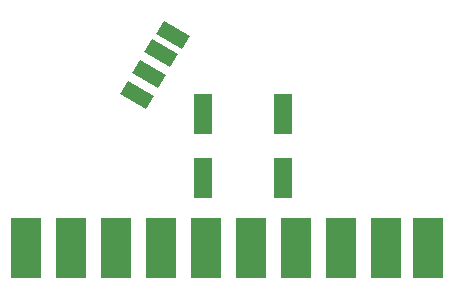
<source format=gbp>
G04 EAGLE Gerber RS-274X export*
G75*
%MOMM*%
%FSLAX34Y34*%
%LPD*%
%INBottom Paste*%
%IPPOS*%
%AMOC8*
5,1,8,0,0,1.08239X$1,22.5*%
G01*
%ADD10R,2.540000X5.080000*%
%ADD11R,1.600000X3.500000*%
%ADD12R,1.270000X2.540000*%


D10*
X15240Y15240D03*
X53340Y15240D03*
X91440Y15240D03*
X129540Y15240D03*
X167640Y15240D03*
X205740Y15240D03*
X243840Y15240D03*
X281940Y15240D03*
X320040Y15240D03*
X355600Y15240D03*
D11*
X165100Y128600D03*
X165100Y74600D03*
X233045Y128981D03*
X233045Y74981D03*
D12*
G36*
X95047Y145630D02*
X101397Y156629D01*
X123393Y143930D01*
X117043Y132931D01*
X95047Y145630D01*
G37*
G36*
X105207Y163410D02*
X111557Y174409D01*
X133553Y161710D01*
X127203Y150711D01*
X105207Y163410D01*
G37*
G36*
X115367Y181190D02*
X121717Y192189D01*
X143713Y179490D01*
X137363Y168491D01*
X115367Y181190D01*
G37*
G36*
X125527Y196430D02*
X131877Y207429D01*
X153873Y194730D01*
X147523Y183731D01*
X125527Y196430D01*
G37*
M02*

</source>
